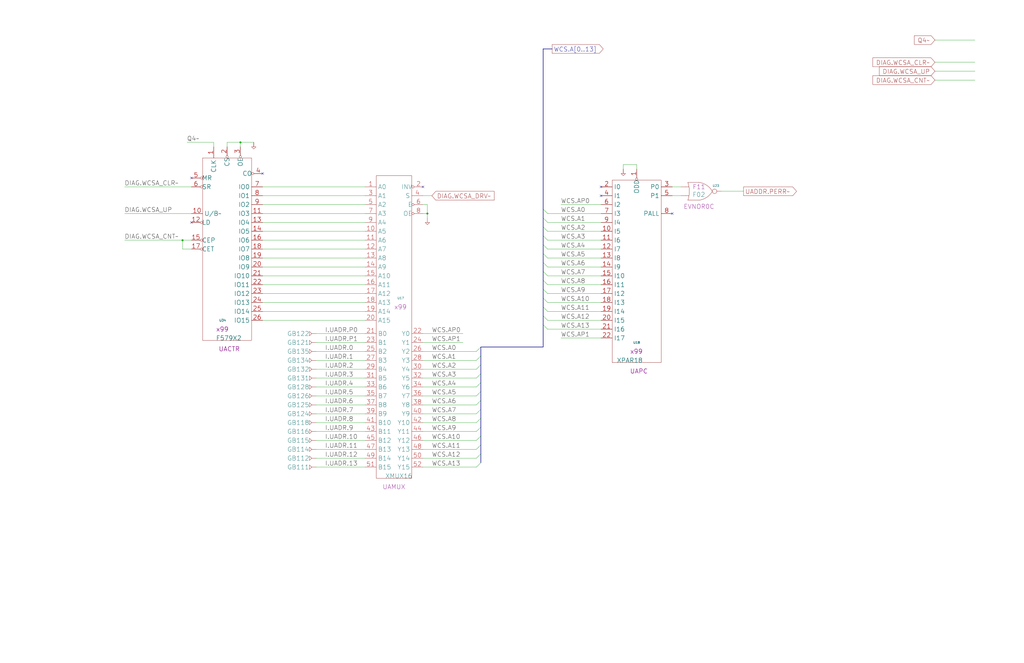
<source format=kicad_sch>
(kicad_sch (version 20230121) (generator eeschema)
  (paper "User" 584.2 378.46)
  (title_block (title "CONTROL STORE\\nADDRESSING") (date "22-SEP-90") (rev "2.0") (comment 1 "IOC") (comment 2 "232-003061") (comment 3 "S400") (comment 4 "RELEASED"))
  (lib_symbols
    (symbol "r1000:F02" (pin_numbers hide) (pin_names hide)
      (property "Reference" "U" (at 12.16 0.635 0))
      (property "Value" "F02" (at -1.27 -4.445 0))
      (property "Location" "___" (at 2.54 0 0))
      (property "Name" "______" (at 2.54 -12.7 0))
      (symbol "F02_0_1"
        (arc (start -3.81 -7.62) (mid -2.9847 -2.54) (end -3.81 2.54) (stroke (width 0.1524)))
        (polyline (pts (xy -5.08 -5.08) (xy -3.175 -5.08)) (stroke (width 0.1524)))
        (polyline (pts (xy -5.08 0) (xy -3.175 0)) (stroke (width 0.1524)))
        (polyline (pts (xy -3.81 -7.62) (xy 2.54 -7.62)) (stroke (width 0.1524)))
        (polyline (pts (xy -3.81 2.54) (xy 2.54 2.54)) (stroke (width 0.1524)))
        (polyline (pts (xy 13.97 -2.54) (xy 12.7 -2.54)) (stroke (width 0.1524)))
        (arc (start 2.54 -7.62) (mid 6.9515 -5.9823) (end 10.16 -2.54) (stroke (width 0.1524)))
        (arc (start 10.16 -2.54) (mid 6.9478 0.8966) (end 2.54 2.54) (stroke (width 0.1524)))
        (circle (center 11.43 -2.54) (radius 1.27) (stroke (width 0.1524)))
      )
      (symbol "F02_0_2"
        (circle (center -3.81 -5.08) (radius 1.27) (stroke (width 0.1524)))
        (circle (center -3.81 0) (radius 1.27) (stroke (width 0.1524)))
        (polyline (pts (xy -2.54 -7.62) (xy 5.08 -7.62)) (stroke (width 0.1524)))
        (polyline (pts (xy -2.54 2.54) (xy -2.54 -7.62)) (stroke (width 0.1524)))
        (polyline (pts (xy -2.54 2.54) (xy 5.08 2.54)) (stroke (width 0.1524)))
        (polyline (pts (xy 11.43 -2.54) (xy 10.16 -2.54)) (stroke (width 0.1524)))
        (polyline (pts (xy 11.43 -2.54) (xy 12.7 -2.54)) (stroke (width 0.1524)))
        (arc (start 5.08 -7.62) (mid 10.1282 -2.54) (end 5.08 2.54) (stroke (width 0.1524)))
      )
      (symbol "F02_1_1"
        (pin input line (at -7.62 0 0) (length 2.54) (name "D0") (number "1"))
        (pin input line (at -7.62 -5.08 0) (length 2.54) (name "D1") (number "2"))
        (pin output line (at 15.24 -2.54 180) (length 1.27) (name "Q") (number "3"))
      )
      (symbol "F02_1_2"
        (pin input line (at -7.62 0 0) (length 2.54) (name "D0") (number "1"))
        (pin input line (at -7.62 -5.08 0) (length 2.54) (name "D1") (number "2"))
        (pin output line (at 15.24 -2.54 180) (length 2.54) (name "Q") (number "3"))
      )
    )
    (symbol "r1000:F579X2" (pin_names (offset 1.016))
      (property "Reference" "U" (at 2.54 5.08 0))
      (property "Value" "F579X2" (at -1.27 -5.08 0))
      (property "Location" "___" (at -1.27 0 0))
      (property "Name" "______" (at 6.35 -12.7 0))
      (symbol "F579X2_1_1"
        (circle (center -9.525 45.72) (radius 0.635))
        (circle (center -9.525 50.8) (radius 0.635))
        (circle (center -9.525 60.96) (radius 0.635))
        (circle (center -9.525 81.28) (radius 0.635))
        (circle (center -9.525 86.36) (radius 0.635))
        (rectangle (start -8.89 97.79) (end 19.05 -6.35))
        (circle (center 5.08 98.425) (radius 0.635))
        (circle (center 12.7 98.425) (radius 0.635))
        (circle (center 19.685 88.9) (radius 0.635))
        (pin input line (at -2.54 104.14 270) (length 6.35) (name "CLK") (number "1"))
        (pin input line (at -15.24 66.04 0) (length 6.35) (name "U/B~") (number "10"))
        (pin bidirectional line (at 25.4 66.04 180) (length 6.35) (name "IO3") (number "11"))
        (pin input line (at -15.24 60.96 0) (length 5.08) (name "LD") (number "12"))
        (pin bidirectional line (at 25.4 60.96 180) (length 6.35) (name "IO4") (number "13"))
        (pin bidirectional line (at 25.4 55.88 180) (length 6.35) (name "IO5") (number "14"))
        (pin input line (at -15.24 50.8 0) (length 5.08) (name "CEP") (number "15"))
        (pin bidirectional line (at 25.4 50.8 180) (length 6.35) (name "IO6") (number "16"))
        (pin input line (at -15.24 45.72 0) (length 5.08) (name "CET") (number "17"))
        (pin bidirectional line (at 25.4 45.72 180) (length 6.35) (name "IO7") (number "18"))
        (pin bidirectional line (at 25.4 40.64 180) (length 6.35) (name "IO8") (number "19"))
        (pin input line (at 5.08 104.14 270) (length 5.08) (name "CS") (number "2"))
        (pin bidirectional line (at 25.4 35.56 180) (length 6.35) (name "IO9") (number "20"))
        (pin bidirectional line (at 25.4 30.48 180) (length 6.35) (name "IO10") (number "21"))
        (pin bidirectional line (at 25.4 25.4 180) (length 6.35) (name "IO11") (number "22"))
        (pin bidirectional line (at 25.4 20.32 180) (length 6.35) (name "IO12") (number "23"))
        (pin bidirectional line (at 25.4 15.24 180) (length 6.35) (name "IO13") (number "24"))
        (pin bidirectional line (at 25.4 10.16 180) (length 6.35) (name "IO14") (number "25"))
        (pin bidirectional line (at 25.4 5.08 180) (length 6.35) (name "IO15") (number "26"))
        (pin input line (at 12.7 104.14 270) (length 5.08) (name "OE") (number "3"))
        (pin output line (at 25.4 88.9 180) (length 5.08) (name "CO") (number "4"))
        (pin input line (at -15.24 86.36 0) (length 5.08) (name "MR") (number "5"))
        (pin input line (at -15.24 81.28 0) (length 5.08) (name "SR") (number "6"))
        (pin bidirectional line (at 25.4 81.28 180) (length 6.35) (name "IO0") (number "7"))
        (pin bidirectional line (at 25.4 76.2 180) (length 6.35) (name "IO1") (number "8"))
        (pin bidirectional line (at 25.4 71.12 180) (length 6.35) (name "IO2") (number "9"))
      )
    )
    (symbol "r1000:GB" (pin_numbers hide) (pin_names (offset 0) hide)
      (property "Reference" "GB" (at 3.81 0 0))
      (symbol "GB_0_1"
        (polyline (pts (xy 2.54 0) (xy 3.81 1.27) (xy 3.81 -1.27) (xy 2.54 0)) (stroke (width 0.1524)))
      )
      (symbol "GB_1_1"
        (pin bidirectional line (at 0 0 0) (length 2.54) (name "") (number "1"))
      )
    )
    (symbol "r1000:PD" (power) (pin_numbers hide) (pin_names hide) (in_bom no)
      (symbol "PD_0_1"
        (polyline (pts (xy 0 -2.54) (xy 1.27 -2.54) (xy 0 -3.81) (xy -1.27 -2.54) (xy 0 -2.54)) (stroke (width 0.1524)))
      )
      (symbol "PD_1_1"
        (pin power_in line (at 0 0 270) (length 2.54) (name "PD") (number "1"))
      )
    )
    (symbol "r1000:XMUX16" (pin_names (offset 1.016))
      (property "Reference" "U" (at 2.54 5.08 0))
      (property "Value" "XMUX16" (at -6.35 -96.52 0))
      (property "Location" "___" (at -1.27 0 0))
      (property "Name" "______" (at -1.27 -104.14 0))
      (symbol "XMUX16_1_1"
        (rectangle (start -11.43 74.93) (end 8.89 -97.79))
        (circle (center 9.525 53.34) (radius 0.635))
        (circle (center 9.525 58.42) (radius 0.635))
        (circle (center 9.525 68.58) (radius 0.635))
        (pin input line (at -17.78 68.58 0) (length 6.35) (name "A0") (number "1"))
        (pin input line (at -17.78 43.18 0) (length 6.35) (name "A5") (number "10"))
        (pin input line (at -17.78 38.1 0) (length 6.35) (name "A6") (number "11"))
        (pin input line (at -17.78 33.02 0) (length 6.35) (name "A7") (number "12"))
        (pin input line (at -17.78 27.94 0) (length 6.35) (name "A8") (number "13"))
        (pin input line (at -17.78 22.86 0) (length 6.35) (name "A9") (number "14"))
        (pin input line (at -17.78 17.78 0) (length 6.35) (name "A10") (number "15"))
        (pin input line (at -17.78 12.7 0) (length 6.35) (name "A11") (number "16"))
        (pin input line (at -17.78 7.62 0) (length 6.35) (name "A12") (number "17"))
        (pin input line (at -17.78 2.54 0) (length 6.35) (name "A13") (number "18"))
        (pin input line (at -17.78 -2.54 0) (length 6.35) (name "A14") (number "19"))
        (pin input line (at 15.24 68.58 180) (length 5.08) (name "INV") (number "2"))
        (pin input line (at -17.78 -7.62 0) (length 6.35) (name "A15") (number "20"))
        (pin input line (at -17.78 -15.24 0) (length 6.35) (name "B0") (number "21"))
        (pin tri_state line (at 15.24 -15.24 180) (length 6.35) (name "Y0") (number "22"))
        (pin input line (at -17.78 -20.32 0) (length 6.35) (name "B1") (number "23"))
        (pin tri_state line (at 15.24 -20.32 180) (length 6.35) (name "Y1") (number "24"))
        (pin input line (at -17.78 -25.4 0) (length 6.35) (name "B2") (number "25"))
        (pin tri_state line (at 15.24 -25.4 180) (length 6.35) (name "Y2") (number "26"))
        (pin input line (at -17.78 -30.48 0) (length 6.35) (name "B3") (number "27"))
        (pin tri_state line (at 15.24 -30.48 180) (length 6.35) (name "Y3") (number "28"))
        (pin input line (at -17.78 -35.56 0) (length 6.35) (name "B4") (number "29"))
        (pin input line (at -17.78 63.5 0) (length 6.35) (name "A1") (number "3"))
        (pin tri_state line (at 15.24 -35.56 180) (length 6.35) (name "Y4") (number "30"))
        (pin input line (at -17.78 -40.64 0) (length 6.35) (name "B5") (number "31"))
        (pin tri_state line (at 15.24 -40.64 180) (length 6.35) (name "Y5") (number "32"))
        (pin input line (at -17.78 -45.72 0) (length 6.35) (name "B6") (number "33"))
        (pin tri_state line (at 15.24 -45.72 180) (length 6.35) (name "Y6") (number "34"))
        (pin input line (at -17.78 -50.8 0) (length 6.35) (name "B7") (number "35"))
        (pin tri_state line (at 15.24 -50.8 180) (length 6.35) (name "Y7") (number "36"))
        (pin input line (at -17.78 -55.88 0) (length 6.35) (name "B8") (number "37"))
        (pin tri_state line (at 15.24 -55.88 180) (length 6.35) (name "Y8") (number "38"))
        (pin input line (at -17.78 -60.96 0) (length 6.35) (name "B9") (number "39"))
        (pin input line (at 15.24 63.5 180) (length 6.35) (name "S") (number "4"))
        (pin tri_state line (at 15.24 -60.96 180) (length 6.35) (name "Y9") (number "40"))
        (pin input line (at -17.78 -66.04 0) (length 6.35) (name "B10") (number "41"))
        (pin tri_state line (at 15.24 -66.04 180) (length 6.35) (name "Y10") (number "42"))
        (pin input line (at -17.78 -71.12 0) (length 6.35) (name "B11") (number "43"))
        (pin tri_state line (at 15.24 -71.12 180) (length 6.35) (name "Y11") (number "44"))
        (pin input line (at -17.78 -76.2 0) (length 6.35) (name "B12") (number "45"))
        (pin tri_state line (at 15.24 -76.2 180) (length 6.35) (name "Y12") (number "46"))
        (pin input line (at -17.78 -81.28 0) (length 6.35) (name "B13") (number "47"))
        (pin tri_state line (at 15.24 -81.28 180) (length 6.35) (name "Y13") (number "48"))
        (pin input line (at -17.78 -86.36 0) (length 6.35) (name "B14") (number "49"))
        (pin input line (at -17.78 58.42 0) (length 6.35) (name "A2") (number "5"))
        (pin tri_state line (at 15.24 -86.36 180) (length 6.35) (name "Y14") (number "50"))
        (pin input line (at -17.78 -91.44 0) (length 6.35) (name "B15") (number "51"))
        (pin tri_state line (at 15.24 -91.44 180) (length 6.35) (name "Y15") (number "52"))
        (pin input line (at 15.24 58.42 180) (length 5.08) (name "E") (number "6"))
        (pin input line (at -17.78 53.34 0) (length 6.35) (name "A3") (number "7"))
        (pin input line (at 15.24 53.34 180) (length 5.08) (name "OE") (number "8"))
        (pin input line (at -17.78 48.26 0) (length 6.35) (name "A4") (number "9"))
      )
    )
    (symbol "r1000:XPAR18" (pin_names (offset 1.016))
      (property "Reference" "U" (at 2.54 5.08 0))
      (property "Value" "XPAR18" (at -8.89 -5.08 0))
      (property "Location" "___" (at -1.27 0 0))
      (property "Name" "______" (at 3.81 -12.7 0))
      (symbol "XPAR18_1_1"
        (rectangle (start -11.43 97.79) (end 16.51 -6.35))
        (circle (center 2.54 98.425) (radius 0.635))
        (pin input line (at 2.54 104.14 270) (length 5.08) (name "ODD") (number "1"))
        (pin input line (at -17.78 68.58 0) (length 6.35) (name "I5") (number "10"))
        (pin input line (at -17.78 63.5 0) (length 6.35) (name "I6") (number "11"))
        (pin input line (at -17.78 58.42 0) (length 6.35) (name "I7") (number "12"))
        (pin input line (at -17.78 53.34 0) (length 6.35) (name "I8") (number "13"))
        (pin input line (at -17.78 48.26 0) (length 6.35) (name "I9") (number "14"))
        (pin input line (at -17.78 43.18 0) (length 6.35) (name "I10") (number "15"))
        (pin input line (at -17.78 38.1 0) (length 6.35) (name "I11") (number "16"))
        (pin input line (at -17.78 33.02 0) (length 6.35) (name "I12") (number "17"))
        (pin input line (at -17.78 27.94 0) (length 6.35) (name "I13") (number "18"))
        (pin input line (at -17.78 22.86 0) (length 6.35) (name "I14") (number "19"))
        (pin input line (at -17.78 93.98 0) (length 6.35) (name "I0") (number "2"))
        (pin input line (at -17.78 17.78 0) (length 6.35) (name "I15") (number "20"))
        (pin input line (at -17.78 12.7 0) (length 6.35) (name "I16") (number "21"))
        (pin input line (at -17.78 7.62 0) (length 6.35) (name "I17") (number "22"))
        (pin output line (at 22.86 93.98 180) (length 6.35) (name "P0") (number "3"))
        (pin input line (at -17.78 88.9 0) (length 6.35) (name "I1") (number "4"))
        (pin output line (at 22.86 88.9 180) (length 6.35) (name "P1") (number "5"))
        (pin input line (at -17.78 83.82 0) (length 6.35) (name "I2") (number "6"))
        (pin input line (at -17.78 78.74 0) (length 6.35) (name "I3") (number "7"))
        (pin output line (at 22.86 78.74 180) (length 6.35) (name "PALL") (number "8"))
        (pin input line (at -17.78 73.66 0) (length 6.35) (name "I4") (number "9"))
      )
    )
  )
  (junction (at 137.16 81.28))
  (junction (at 243.84 121.92))
  (junction (at 104.14 137.16))
  (no_connect (at 109.22 101.6))
  (no_connect (at 342.9 106.68))
  (no_connect (at 383.54 121.92))
  (no_connect (at 241.3 106.68))
  (no_connect (at 149.86 99.06))
  (no_connect (at 342.9 111.76))
  (no_connect (at 109.22 127))
  (bus_entry (at 274.32 243.84) (size -2.54 2.54))
  (bus_entry (at 274.32 248.92) (size -2.54 2.54))
  (bus_entry (at 309.88 170.18) (size 2.54 2.54))
  (bus_entry (at 309.88 180.34) (size 2.54 2.54))
  (bus_entry (at 274.32 213.36) (size -2.54 2.54))
  (bus_entry (at 274.32 198.12) (size -2.54 2.54))
  (bus_entry (at 309.88 139.7) (size 2.54 2.54))
  (bus_entry (at 274.32 228.6) (size -2.54 2.54))
  (bus_entry (at 309.88 144.78) (size 2.54 2.54))
  (bus_entry (at 274.32 259.08) (size -2.54 2.54))
  (bus_entry (at 309.88 154.94) (size 2.54 2.54))
  (bus_entry (at 309.88 165.1) (size 2.54 2.54))
  (bus_entry (at 274.32 218.44) (size -2.54 2.54))
  (bus_entry (at 309.88 160.02) (size 2.54 2.54))
  (bus_entry (at 274.32 233.68) (size -2.54 2.54))
  (bus_entry (at 309.88 149.86) (size 2.54 2.54))
  (bus_entry (at 274.32 238.76) (size -2.54 2.54))
  (bus_entry (at 309.88 185.42) (size 2.54 2.54))
  (bus_entry (at 309.88 129.54) (size 2.54 2.54))
  (bus_entry (at 309.88 134.62) (size 2.54 2.54))
  (bus_entry (at 274.32 223.52) (size -2.54 2.54))
  (bus_entry (at 309.88 119.38) (size 2.54 2.54))
  (bus_entry (at 274.32 254) (size -2.54 2.54))
  (bus_entry (at 309.88 175.26) (size 2.54 2.54))
  (bus_entry (at 274.32 264.16) (size -2.54 2.54))
  (bus_entry (at 309.88 124.46) (size 2.54 2.54))
  (bus_entry (at 274.32 208.28) (size -2.54 2.54))
  (bus_entry (at 274.32 203.2) (size -2.54 2.54))
  (wire (pts (xy 241.3 220.98) (xy 271.78 220.98)))
  (wire (pts (xy 342.9 172.72) (xy 312.42 172.72)))
  (wire (pts (xy 342.9 127) (xy 312.42 127)))
  (wire (pts (xy 342.9 187.96) (xy 312.42 187.96)))
  (wire (pts (xy 71.12 137.16) (xy 104.14 137.16)))
  (wire (pts (xy 355.6 93.98) (xy 363.22 93.98)))
  (wire (pts (xy 342.9 137.16) (xy 312.42 137.16)))
  (bus (pts (xy 309.88 175.26) (xy 309.88 180.34)))
  (wire (pts (xy 342.9 132.08) (xy 312.42 132.08)))
  (wire (pts (xy 241.3 111.76) (xy 246.38 111.76)))
  (wire (pts (xy 149.86 172.72) (xy 208.28 172.72)))
  (wire (pts (xy 121.92 81.28) (xy 106.68 81.28)))
  (bus (pts (xy 274.32 208.28) (xy 274.32 213.36)))
  (bus (pts (xy 309.88 149.86) (xy 309.88 154.94)))
  (wire (pts (xy 363.22 93.98) (xy 363.22 96.52)))
  (wire (pts (xy 243.84 116.84) (xy 243.84 121.92)))
  (bus (pts (xy 274.32 238.76) (xy 274.32 243.84)))
  (wire (pts (xy 241.3 215.9) (xy 271.78 215.9)))
  (wire (pts (xy 320.04 193.04) (xy 342.9 193.04)))
  (bus (pts (xy 274.32 198.12) (xy 274.32 203.2)))
  (bus (pts (xy 309.88 495.3) (xy 309.88 500.38)))
  (wire (pts (xy 533.4 40.64) (xy 556.26 40.64)))
  (wire (pts (xy 533.4 45.72) (xy 556.26 45.72)))
  (bus (pts (xy 274.32 198.12) (xy 309.88 198.12)))
  (wire (pts (xy 149.86 121.92) (xy 208.28 121.92)))
  (bus (pts (xy 274.32 254) (xy 274.32 259.08)))
  (wire (pts (xy 149.86 127) (xy 208.28 127)))
  (wire (pts (xy 180.34 236.22) (xy 208.28 236.22)))
  (wire (pts (xy 180.34 220.98) (xy 208.28 220.98)))
  (wire (pts (xy 320.04 116.84) (xy 342.9 116.84)))
  (wire (pts (xy 241.3 251.46) (xy 271.78 251.46)))
  (wire (pts (xy 149.86 106.68) (xy 208.28 106.68)))
  (wire (pts (xy 149.86 177.8) (xy 208.28 177.8)))
  (wire (pts (xy 121.92 83.82) (xy 121.92 81.28)))
  (wire (pts (xy 180.34 246.38) (xy 208.28 246.38)))
  (wire (pts (xy 241.3 200.66) (xy 271.78 200.66)))
  (wire (pts (xy 241.3 246.38) (xy 271.78 246.38)))
  (bus (pts (xy 309.88 27.94) (xy 314.96 27.94)))
  (wire (pts (xy 149.86 142.24) (xy 208.28 142.24)))
  (wire (pts (xy 180.34 205.74) (xy 208.28 205.74)))
  (wire (pts (xy 149.86 137.16) (xy 208.28 137.16)))
  (wire (pts (xy 241.3 116.84) (xy 243.84 116.84)))
  (wire (pts (xy 180.34 226.06) (xy 208.28 226.06)))
  (wire (pts (xy 241.3 266.7) (xy 271.78 266.7)))
  (wire (pts (xy 355.6 96.52) (xy 355.6 93.98)))
  (wire (pts (xy 149.86 116.84) (xy 208.28 116.84)))
  (wire (pts (xy 129.54 83.82) (xy 129.54 81.28)))
  (bus (pts (xy 274.32 233.68) (xy 274.32 238.76)))
  (wire (pts (xy 137.16 81.28) (xy 137.16 83.82)))
  (wire (pts (xy 241.3 190.5) (xy 264.16 190.5)))
  (wire (pts (xy 180.34 241.3) (xy 208.28 241.3)))
  (wire (pts (xy 180.34 256.54) (xy 208.28 256.54)))
  (bus (pts (xy 309.88 154.94) (xy 309.88 160.02)))
  (wire (pts (xy 149.86 182.88) (xy 208.28 182.88)))
  (wire (pts (xy 342.9 167.64) (xy 312.42 167.64)))
  (wire (pts (xy 149.86 152.4) (xy 208.28 152.4)))
  (bus (pts (xy 309.88 129.54) (xy 309.88 134.62)))
  (wire (pts (xy 342.9 142.24) (xy 312.42 142.24)))
  (bus (pts (xy 309.88 170.18) (xy 309.88 175.26)))
  (wire (pts (xy 109.22 142.24) (xy 104.14 142.24)))
  (wire (pts (xy 241.3 195.58) (xy 264.16 195.58)))
  (wire (pts (xy 241.3 261.62) (xy 271.78 261.62)))
  (wire (pts (xy 180.34 200.66) (xy 208.28 200.66)))
  (bus (pts (xy 309.88 139.7) (xy 309.88 144.78)))
  (bus (pts (xy 309.88 160.02) (xy 309.88 165.1)))
  (wire (pts (xy 241.3 236.22) (xy 271.78 236.22)))
  (bus (pts (xy 309.88 180.34) (xy 309.88 185.42)))
  (wire (pts (xy 241.3 231.14) (xy 271.78 231.14)))
  (wire (pts (xy 243.84 124.46) (xy 243.84 121.92)))
  (wire (pts (xy 342.9 177.8) (xy 312.42 177.8)))
  (bus (pts (xy 309.88 144.78) (xy 309.88 149.86)))
  (wire (pts (xy 180.34 210.82) (xy 208.28 210.82)))
  (wire (pts (xy 149.86 147.32) (xy 208.28 147.32)))
  (wire (pts (xy 342.9 182.88) (xy 312.42 182.88)))
  (bus (pts (xy 309.88 27.94) (xy 309.88 119.38)))
  (wire (pts (xy 180.34 231.14) (xy 208.28 231.14)))
  (wire (pts (xy 149.86 111.76) (xy 208.28 111.76)))
  (wire (pts (xy 129.54 81.28) (xy 137.16 81.28)))
  (wire (pts (xy 241.3 241.3) (xy 271.78 241.3)))
  (wire (pts (xy 342.9 121.92) (xy 312.42 121.92)))
  (wire (pts (xy 342.9 147.32) (xy 312.42 147.32)))
  (bus (pts (xy 274.32 213.36) (xy 274.32 218.44)))
  (wire (pts (xy 180.34 251.46) (xy 208.28 251.46)))
  (wire (pts (xy 149.86 167.64) (xy 208.28 167.64)))
  (bus (pts (xy 274.32 218.44) (xy 274.32 223.52)))
  (bus (pts (xy 274.32 248.92) (xy 274.32 254)))
  (bus (pts (xy 274.32 203.2) (xy 274.32 208.28)))
  (bus (pts (xy 309.88 124.46) (xy 309.88 129.54)))
  (bus (pts (xy 309.88 165.1) (xy 309.88 170.18)))
  (wire (pts (xy 180.34 261.62) (xy 208.28 261.62)))
  (bus (pts (xy 274.32 243.84) (xy 274.32 248.92)))
  (wire (pts (xy 411.48 109.22) (xy 424.18 109.22)))
  (wire (pts (xy 533.4 22.86) (xy 556.26 22.86)))
  (wire (pts (xy 180.34 195.58) (xy 208.28 195.58)))
  (wire (pts (xy 137.16 81.28) (xy 144.78 81.28)))
  (wire (pts (xy 149.86 132.08) (xy 208.28 132.08)))
  (wire (pts (xy 104.14 137.16) (xy 109.22 137.16)))
  (wire (pts (xy 241.3 256.54) (xy 271.78 256.54)))
  (wire (pts (xy 149.86 157.48) (xy 208.28 157.48)))
  (wire (pts (xy 180.34 215.9) (xy 208.28 215.9)))
  (wire (pts (xy 180.34 266.7) (xy 208.28 266.7)))
  (wire (pts (xy 180.34 190.5) (xy 208.28 190.5)))
  (wire (pts (xy 533.4 35.56) (xy 556.26 35.56)))
  (bus (pts (xy 309.88 119.38) (xy 309.88 124.46)))
  (bus (pts (xy 309.88 134.62) (xy 309.88 139.7)))
  (wire (pts (xy 241.3 205.74) (xy 271.78 205.74)))
  (wire (pts (xy 342.9 157.48) (xy 312.42 157.48)))
  (wire (pts (xy 342.9 162.56) (xy 312.42 162.56)))
  (wire (pts (xy 342.9 152.4) (xy 312.42 152.4)))
  (wire (pts (xy 383.54 106.68) (xy 388.62 106.68)))
  (wire (pts (xy 241.3 226.06) (xy 271.78 226.06)))
  (wire (pts (xy 71.12 121.92) (xy 109.22 121.92)))
  (bus (pts (xy 274.32 228.6) (xy 274.32 233.68)))
  (bus (pts (xy 274.32 223.52) (xy 274.32 228.6)))
  (wire (pts (xy 243.84 121.92) (xy 241.3 121.92)))
  (bus (pts (xy 274.32 259.08) (xy 274.32 264.16)))
  (bus (pts (xy 309.88 185.42) (xy 309.88 198.12)))
  (wire (pts (xy 241.3 210.82) (xy 271.78 210.82)))
  (wire (pts (xy 383.54 111.76) (xy 388.62 111.76)))
  (wire (pts (xy 149.86 162.56) (xy 208.28 162.56)))
  (wire (pts (xy 71.12 106.68) (xy 109.22 106.68)))
  (wire (pts (xy 104.14 142.24) (xy 104.14 137.16)))
  (label "WCS.A8" (at 246.38 241.3 0) (effects (font (size 2.54 2.54))))
  (label "I.UADR.6" (at 185.42 231.14 0) (effects (font (size 2.54 2.54))))
  (label "DIAG.WCSA_CLR~" (at 71.12 106.68 0) (effects (font (size 2.54 2.54))))
  (label "WCS.A4" (at 246.38 220.98 0) (effects (font (size 2.54 2.54))))
  (label "WCS.A9" (at 246.38 246.38 0) (effects (font (size 2.54 2.54))))
  (label "WCS.A11" (at 246.38 256.54 0) (effects (font (size 2.54 2.54))))
  (label "I.UADR.9" (at 185.42 246.38 0) (effects (font (size 2.54 2.54))))
  (label "I.UADR.0" (at 185.42 200.66 0) (effects (font (size 2.54 2.54))))
  (label "WCS.A8" (at 320.04 162.56 0) (effects (font (size 2.54 2.54))))
  (label "WCS.A10" (at 246.38 251.46 0) (effects (font (size 2.54 2.54))))
  (label "WCS.A1" (at 320.04 127 0) (effects (font (size 2.54 2.54))))
  (label "I.UADR.3" (at 185.42 215.9 0) (effects (font (size 2.54 2.54))))
  (label "WCS.A12" (at 246.38 261.62 0) (effects (font (size 2.54 2.54))))
  (label "I.UADR.5" (at 185.42 226.06 0) (effects (font (size 2.54 2.54))))
  (label "WCS.A6" (at 320.04 152.4 0) (effects (font (size 2.54 2.54))))
  (label "WCS.AP1" (at 246.38 195.58 0) (effects (font (size 2.54 2.54))))
  (label "WCS.A3" (at 246.38 215.9 0) (effects (font (size 2.54 2.54))))
  (label "Q4~" (at 106.68 81.28 0) (effects (font (size 2.54 2.54))))
  (label "I.UADR.1" (at 185.42 205.74 0) (effects (font (size 2.54 2.54))))
  (label "WCS.A4" (at 320.04 142.24 0) (effects (font (size 2.54 2.54))))
  (label "WCS.AP1" (at 320.04 193.04 0) (effects (font (size 2.54 2.54))))
  (label "WCS.A6" (at 246.38 231.14 0) (effects (font (size 2.54 2.54))))
  (label "WCS.A2" (at 246.38 210.82 0) (effects (font (size 2.54 2.54))))
  (label "I.UADR.8" (at 185.42 241.3 0) (effects (font (size 2.54 2.54))))
  (label "DIAG.WCSA_CNT~" (at 71.12 137.16 0) (effects (font (size 2.54 2.54))))
  (label "WCS.A1" (at 246.38 205.74 0) (effects (font (size 2.54 2.54))))
  (label "I.UADR.4" (at 185.42 220.98 0) (effects (font (size 2.54 2.54))))
  (label "WCS.A2" (at 320.04 132.08 0) (effects (font (size 2.54 2.54))))
  (label "I.UADR.P0" (at 185.42 190.5 0) (effects (font (size 2.54 2.54))))
  (label "WCS.A9" (at 320.04 167.64 0) (effects (font (size 2.54 2.54))))
  (label "WCS.A13" (at 320.04 187.96 0) (effects (font (size 2.54 2.54))))
  (label "WCS.A0" (at 246.38 200.66 0) (effects (font (size 2.54 2.54))))
  (label "WCS.A5" (at 246.38 226.06 0) (effects (font (size 2.54 2.54))))
  (label "I.UADR.P1" (at 185.42 195.58 0) (effects (font (size 2.54 2.54))))
  (label "I.UADR.11" (at 185.42 256.54 0) (effects (font (size 2.54 2.54))))
  (label "WCS.A13" (at 246.38 266.7 0) (effects (font (size 2.54 2.54))))
  (label "WCS.AP0" (at 246.38 190.5 0) (effects (font (size 2.54 2.54))))
  (label "I.UADR.7" (at 185.42 236.22 0) (effects (font (size 2.54 2.54))))
  (label "WCS.A12" (at 320.04 182.88 0) (effects (font (size 2.54 2.54))))
  (label "WCS.A3" (at 320.04 137.16 0) (effects (font (size 2.54 2.54))))
  (label "WCS.A0" (at 320.04 121.92 0) (effects (font (size 2.54 2.54))))
  (label "DIAG.WCSA_UP" (at 71.12 121.92 0) (effects (font (size 2.54 2.54))))
  (label "I.UADR.2" (at 185.42 210.82 0) (effects (font (size 2.54 2.54))))
  (label "WCS.AP0" (at 320.04 116.84 0) (effects (font (size 2.54 2.54))))
  (label "I.UADR.13" (at 185.42 266.7 0) (effects (font (size 2.54 2.54))))
  (label "I.UADR.12" (at 185.42 261.62 0) (effects (font (size 2.54 2.54))))
  (label "WCS.A10" (at 320.04 172.72 0) (effects (font (size 2.54 2.54))))
  (label "I.UADR.10" (at 185.42 251.46 0) (effects (font (size 2.54 2.54))))
  (label "WCS.A7" (at 246.38 236.22 0) (effects (font (size 2.54 2.54))))
  (label "WCS.A11" (at 320.04 177.8 0) (effects (font (size 2.54 2.54))))
  (label "WCS.A5" (at 320.04 147.32 0) (effects (font (size 2.54 2.54))))
  (label "WCS.A7" (at 320.04 157.48 0) (effects (font (size 2.54 2.54))))
  (global_label "UADDR.PERR~" (shape output) (at 424.18 109.22 0) (effects (font (size 2.54 2.54))) (property "Intersheetrefs" "${INTERSHEET_REFS}" (at 454.406 109.0613 0) (effects (font (size 1.905 1.905)) (justify left))))
  (global_label "DIAG.WCSA_CLR~" (shape input) (at 533.4 35.56 180) (effects (font (size 2.54 2.54))) (property "Intersheetrefs" "${INTERSHEET_REFS}" (at 497.973 35.4013 0) (effects (font (size 1.905 1.905)) (justify right))))
  (global_label "DIAG.WCSA_CNT~" (shape input) (at 533.4 45.72 180) (effects (font (size 2.54 2.54))) (property "Intersheetrefs" "${INTERSHEET_REFS}" (at 497.973 45.5613 0) (effects (font (size 1.905 1.905)) (justify right))))
  (global_label "DIAG.WCSA_DRV~" (shape input) (at 246.38 111.76 0) (effects (font (size 2.54 2.54))) (property "Intersheetrefs" "${INTERSHEET_REFS}" (at 281.9279 111.6013 0) (effects (font (size 1.905 1.905)) (justify left))))
  (global_label "DIAG.WCSA_UP" (shape input) (at 533.4 40.64 180) (effects (font (size 2.54 2.54))) (property "Intersheetrefs" "${INTERSHEET_REFS}" (at 501.7226 40.4813 0) (effects (font (size 1.905 1.905)) (justify right))))
  (global_label "Q4~" (shape input) (at 533.4 22.86 180) (effects (font (size 2.54 2.54))) (property "Intersheetrefs" "${INTERSHEET_REFS}" (at 515.5111 22.7013 0) (effects (font (size 1.905 1.905)) (justify right))))
  (global_label "WCS.A[0..13]" (shape output) (at 314.96 27.94 0) (effects (font (size 2.54 2.54))) (property "Intersheetrefs" "${INTERSHEET_REFS}" (at 344.0974 27.7813 0) (effects (font (size 1.905 1.905)) (justify left))))
  (symbol (lib_id "r1000:GB") (at 180.34 226.06 0) (mirror y) (unit 1)
    (property "Reference" "GB126" (at 176.53 226.06 0) (effects (font (size 2.54 2.54)) (justify left)))
    (property "Value" "GB" (effects hide))
  )
  (symbol (lib_id "r1000:GB") (at 180.34 246.38 0) (mirror y) (unit 1)
    (property "Reference" "GB116" (at 176.53 246.38 0) (effects (font (size 2.54 2.54)) (justify left)))
    (property "Value" "GB" (effects hide))
  )
  (symbol (lib_id "r1000:GB") (at 180.34 195.58 0) (mirror y) (unit 1)
    (property "Reference" "GB121" (at 176.53 195.58 0) (effects (font (size 2.54 2.54)) (justify left)))
    (property "Value" "GB" (effects hide))
  )
  (symbol (lib_id "r1000:PD") (at 144.78 81.28 0) (unit 1) (in_bom no)
    (property "Reference" "#PWR05104" (effects hide))
    (property "Value" "PD" (effects hide))
  )
  (symbol (lib_id "r1000:XMUX16") (at 226.06 175.26 0) (unit 1)
    (property "Reference" "U17" (at 228.6 170.18 0))
    (property "Value" "XMUX16" (at 219.71 271.78 0) (effects (font (size 2.54 2.54)) (justify left)))
    (property "Location" "x99" (at 224.79 175.26 0) (effects (font (size 2.54 2.54)) (justify left)))
    (property "Name" "UAMUX" (at 224.79 279.4 0) (effects (font (size 2.54 2.54)) (justify bottom)))
  )
  (symbol (lib_id "r1000:GB") (at 180.34 266.7 0) (mirror y) (unit 1)
    (property "Reference" "GB111" (at 176.53 266.7 0) (effects (font (size 2.54 2.54)) (justify left)))
    (property "Value" "GB" (effects hide))
  )
  (symbol (lib_id "r1000:PD") (at 243.84 124.46 0) (unit 1) (in_bom no)
    (property "Reference" "#PWR04" (effects hide))
    (property "Value" "PD" (effects hide))
  )
  (symbol (lib_id "r1000:GB") (at 180.34 200.66 0) (mirror y) (unit 1)
    (property "Reference" "GB135" (at 176.53 200.66 0) (effects (font (size 2.54 2.54)) (justify left)))
    (property "Value" "GB" (effects hide))
  )
  (symbol (lib_id "r1000:GB") (at 180.34 241.3 0) (mirror y) (unit 1)
    (property "Reference" "GB118" (at 176.53 241.3 0) (effects (font (size 2.54 2.54)) (justify left)))
    (property "Value" "GB" (effects hide))
  )
  (symbol (lib_id "r1000:XPAR18") (at 360.68 200.66 0) (unit 1)
    (property "Reference" "U18" (at 363.22 195.58 0))
    (property "Value" "XPAR18" (at 351.79 205.74 0) (effects (font (size 2.54 2.54)) (justify left)))
    (property "Location" "x99" (at 359.41 200.66 0) (effects (font (size 2.54 2.54)) (justify left)))
    (property "Name" "UAPC" (at 364.49 213.36 0) (effects (font (size 2.54 2.54)) (justify bottom)))
  )
  (symbol (lib_id "r1000:GB") (at 180.34 256.54 0) (mirror y) (unit 1)
    (property "Reference" "GB114" (at 176.53 256.54 0) (effects (font (size 2.54 2.54)) (justify left)))
    (property "Value" "GB" (effects hide))
  )
  (symbol (lib_id "r1000:GB") (at 180.34 205.74 0) (mirror y) (unit 1)
    (property "Reference" "GB134" (at 176.53 205.74 0) (effects (font (size 2.54 2.54)) (justify left)))
    (property "Value" "GB" (effects hide))
  )
  (symbol (lib_id "r1000:GB") (at 180.34 220.98 0) (mirror y) (unit 1)
    (property "Reference" "GB128" (at 176.53 220.98 0) (effects (font (size 2.54 2.54)) (justify left)))
    (property "Value" "GB" (effects hide))
  )
  (symbol (lib_id "r1000:GB") (at 180.34 251.46 0) (mirror y) (unit 1)
    (property "Reference" "GB115" (at 176.53 251.46 0) (effects (font (size 2.54 2.54)) (justify left)))
    (property "Value" "GB" (effects hide))
  )
  (symbol (lib_id "r1000:GB") (at 180.34 236.22 0) (mirror y) (unit 1)
    (property "Reference" "GB124" (at 176.53 236.22 0) (effects (font (size 2.54 2.54)) (justify left)))
    (property "Value" "GB" (effects hide))
  )
  (symbol (lib_id "r1000:GB") (at 180.34 190.5 0) (mirror y) (unit 1)
    (property "Reference" "GB122" (at 176.53 190.5 0) (effects (font (size 2.54 2.54)) (justify left)))
    (property "Value" "GB" (effects hide))
  )
  (symbol (lib_id "r1000:F579X2") (at 124.46 187.96 0) (unit 1)
    (property "Reference" "U34" (at 127 182.88 0))
    (property "Value" "F579X2" (at 123.19 193.04 0) (effects (font (size 2.54 2.54)) (justify left)))
    (property "Location" "x99" (at 123.19 187.96 0) (effects (font (size 2.54 2.54)) (justify left)))
    (property "Name" "UACTR" (at 130.81 200.66 0) (effects (font (size 2.54 2.54)) (justify bottom)))
  )
  (symbol (lib_id "r1000:GB") (at 180.34 261.62 0) (mirror y) (unit 1)
    (property "Reference" "GB112" (at 176.53 261.62 0) (effects (font (size 2.54 2.54)) (justify left)))
    (property "Value" "GB" (effects hide))
  )
  (symbol (lib_id "r1000:GB") (at 180.34 231.14 0) (mirror y) (unit 1)
    (property "Reference" "GB125" (at 176.53 231.14 0) (effects (font (size 2.54 2.54)) (justify left)))
    (property "Value" "GB" (effects hide))
  )
  (symbol (lib_id "r1000:PD") (at 355.6 96.52 0) (unit 1) (in_bom no)
    (property "Reference" "#PWR06" (effects hide))
    (property "Value" "PD" (effects hide))
  )
  (symbol (lib_id "r1000:GB") (at 180.34 210.82 0) (mirror y) (unit 1)
    (property "Reference" "GB132" (at 176.53 210.82 0) (effects (font (size 2.54 2.54)) (justify left)))
    (property "Value" "GB" (effects hide))
  )
  (symbol (lib_id "r1000:GB") (at 180.34 215.9 0) (mirror y) (unit 1)
    (property "Reference" "GB131" (at 176.53 215.9 0) (effects (font (size 2.54 2.54)) (justify left)))
    (property "Value" "GB" (effects hide))
  )
  (symbol (lib_id "r1000:F02") (at 396.24 106.68 0) (unit 1)
    (property "Reference" "U23" (at 408.4 106.045 0))
    (property "Value" "F02" (at 394.97 111.125 0) (effects (font (size 2.54 2.54)) (justify left)))
    (property "Location" "F11" (at 398.78 106.68 0) (effects (font (size 2.54 2.54))))
    (property "Name" "EVNOR0C" (at 398.78 119.38 0) (effects (font (size 2.54 2.54)) (justify bottom)))
  )
)
</source>
